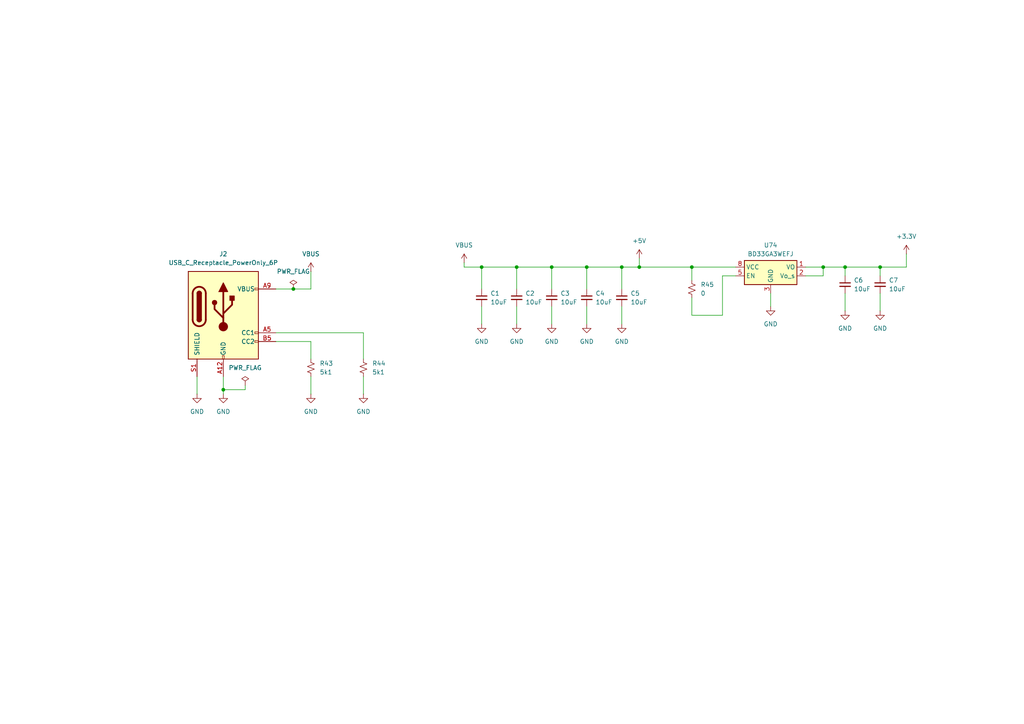
<source format=kicad_sch>
(kicad_sch (version 20250114) (generator "eeschema") (generator_version "9.0")
  (paper "A4")
  (lib_symbols
    (symbol "Connector:USB_C_Receptacle_PowerOnly_6P" (pin_names (offset 1.016))
      (property "Reference" "J" (at 0 16.51 0))
      (property "Value" "USB_C_Receptacle_PowerOnly_6P" (at 0 13.97 0))
      (symbol "USB_C_Receptacle_PowerOnly_6P_0_0"
        (rectangle (start -0.254 -12.7) (end 0.254 -11.684))
        (rectangle (start 10.16 7.874) (end 9.144 7.366))
        (rectangle (start 10.16 -4.826) (end 9.144 -5.334))
        (rectangle (start 10.16 -7.366) (end 9.144 -7.874))
      )
      (symbol "USB_C_Receptacle_PowerOnly_6P_0_1"
        (rectangle (start -10.16 12.7) (end 10.16 -12.7) (stroke (width 0.254)) (fill (type background)))
        (polyline (pts (xy -8.89 -1.27) (xy -8.89 6.35)) (stroke (width 0.508)))
        (rectangle (start -7.62 -1.27) (end -6.35 6.35) (stroke (width 0.254)) (fill (type outline)))
        (arc (start -7.62 6.35) (mid -6.985 6.9823) (end -6.35 6.35) (stroke (width 0.254)))
        (arc (start -7.62 6.35) (mid -6.985 6.9823) (end -6.35 6.35) (stroke (width 0.254)) (fill (type outline)))
        (arc (start -8.89 6.35) (mid -6.985 8.2467) (end -5.08 6.35) (stroke (width 0.508)))
        (arc (start -5.08 -1.27) (mid -6.985 -3.1667) (end -8.89 -1.27) (stroke (width 0.508)))
        (arc (start -6.35 -1.27) (mid -6.985 -1.9023) (end -7.62 -1.27) (stroke (width 0.254)))
        (arc (start -6.35 -1.27) (mid -6.985 -1.9023) (end -7.62 -1.27) (stroke (width 0.254)) (fill (type outline)))
        (polyline (pts (xy -5.08 6.35) (xy -5.08 -1.27)) (stroke (width 0.508)))
        (circle (center -2.54 3.683) (radius 0.635) (stroke (width 0.254)) (fill (type outline)))
        (polyline (pts (xy -1.27 6.858) (xy 0 9.398) (xy 1.27 6.858) (xy -1.27 6.858)) (stroke (width 0.254)) (fill (type outline)))
        (polyline (pts (xy 0 0.508) (xy 2.54 3.048) (xy 2.54 4.318)) (stroke (width 0.508)))
        (polyline (pts (xy 0 -0.762) (xy -2.54 1.778) (xy -2.54 3.048)) (stroke (width 0.508)))
        (polyline (pts (xy 0 -3.302) (xy 0 6.858)) (stroke (width 0.508)))
        (circle (center 0 -3.302) (radius 1.27) (fill (type outline)))
        (rectangle (start 1.905 4.318) (end 3.175 5.588) (stroke (width 0.254)) (fill (type outline)))
      )
      (symbol "USB_C_Receptacle_PowerOnly_6P_1_1"
        (pin passive line (at -7.62 -17.78 90) (length 5.08) (name "SHIELD") (number "S1"))
        (pin passive line (at 0 -17.78 90) (length 5.08) (name "GND") (number "A12"))
        (pin passive line (at 0 -17.78 90) (length 5.08) (hide yes) (name "GND") (number "B12"))
        (pin passive line (at 15.24 7.62 180) (length 5.08) (name "VBUS") (number "A9"))
        (pin passive line (at 15.24 7.62 180) (length 5.08) (hide yes) (name "VBUS") (number "B9"))
        (pin bidirectional line (at 15.24 -5.08 180) (length 5.08) (name "CC1") (number "A5"))
        (pin bidirectional line (at 15.24 -7.62 180) (length 5.08) (name "CC2") (number "B5"))
      )
    )
    (symbol "Device:C_Small" (pin_numbers (hide yes)) (pin_names (offset 0.254) (hide yes))
      (property "Reference" "C" (at 0.254 1.778 0))
      (property "Value" "C_Small" (at 0.254 -2.032 0))
      (symbol "C_Small_0_1"
        (polyline (pts (xy -1.524 0.508) (xy 1.524 0.508)) (stroke (width 0.3048)))
        (polyline (pts (xy -1.524 -0.508) (xy 1.524 -0.508)) (stroke (width 0.3302)))
      )
      (symbol "C_Small_1_1"
        (pin passive line (at 0 2.54 270) (length 2.032) (name "~") (number "1"))
        (pin passive line (at 0 -2.54 90) (length 2.032) (name "~") (number "2"))
      )
    )
    (symbol "Device:R_Small_US" (pin_numbers (hide yes)) (pin_names (offset 0.254) (hide yes))
      (property "Reference" "R" (at 0.762 0.508 0))
      (property "Value" "R_Small_US" (at 0.762 -1.016 0))
      (symbol "R_Small_US_1_1"
        (polyline (pts (xy 0 1.524) (xy 1.016 1.143) (xy 0 0.762) (xy -1.016 0.381) (xy 0 0)))
        (polyline (pts (xy 0 0) (xy 1.016 -0.381) (xy 0 -0.762) (xy -1.016 -1.143) (xy 0 -1.524)))
        (pin passive line (at 0 2.54 270) (length 1.016) (name "~") (number "1"))
        (pin passive line (at 0 -2.54 90) (length 1.016) (name "~") (number "2"))
      )
    )
    (symbol "Regulator_Linear:BD33GA3WEFJ"
      (property "Reference" "U" (at 0 6.35 0))
      (property "Value" "BD33GA3WEFJ" (at 0 3.81 0))
      (symbol "BD33GA3WEFJ_1_1"
        (rectangle (start -7.62 -5.08) (end 7.62 1.905) (stroke (width 0.254)) (fill (type background)))
        (pin power_in line (at -10.16 0 0) (length 2.54) (name "VCC") (number "8"))
        (pin input line (at -10.16 -2.54 0) (length 2.54) (name "EN") (number "5"))
        (pin power_in line (at 0 -7.62 90) (length 2.54) (name "GND") (number "3"))
        (pin passive line (at 0 -7.62 90) (length 2.54) (hide yes) (name "GND") (number "4"))
        (pin passive line (at 0 -7.62 90) (length 2.54) (hide yes) (name "GND") (number "6"))
        (pin passive line (at 0 -7.62 90) (length 2.54) (hide yes) (name "GND") (number "7"))
        (pin passive line (at 0 -7.62 90) (length 2.54) (hide yes) (name "GND") (number "9"))
        (pin power_out line (at 10.16 0 180) (length 2.54) (name "VO") (number "1"))
        (pin input line (at 10.16 -2.54 180) (length 2.54) (name "Vo_s") (number "2"))
      )
    )
    (symbol "power:+3.3V" (power) (pin_numbers (hide yes)) (pin_names (offset 0) (hide yes))
      (property "Value" "+3.3V" (at 0 3.556 0))
      (symbol "+3.3V_0_1"
        (polyline (pts (xy -0.762 1.27) (xy 0 2.54)))
        (polyline (pts (xy 0 2.54) (xy 0.762 1.27)))
        (polyline (pts (xy 0 0) (xy 0 2.54)))
      )
      (symbol "+3.3V_1_1"
        (pin power_in line (at 0 0 90) (length 0) (name "~") (number "1"))
      )
    )
    (symbol "power:+5V" (power) (pin_numbers (hide yes)) (pin_names (offset 0) (hide yes))
      (property "Value" "+5V" (at 0 3.556 0))
      (symbol "+5V_0_1"
        (polyline (pts (xy -0.762 1.27) (xy 0 2.54)))
        (polyline (pts (xy 0 2.54) (xy 0.762 1.27)))
        (polyline (pts (xy 0 0) (xy 0 2.54)))
      )
      (symbol "+5V_1_1"
        (pin power_in line (at 0 0 90) (length 0) (name "~") (number "1"))
      )
    )
    (symbol "power:GND" (power) (pin_numbers (hide yes)) (pin_names (offset 0) (hide yes))
      (property "Value" "GND" (at 0 -3.81 0))
      (symbol "GND_0_1"
        (polyline (pts (xy 0 0) (xy 0 -1.27) (xy 1.27 -1.27) (xy 0 -2.54) (xy -1.27 -1.27) (xy 0 -1.27)))
      )
      (symbol "GND_1_1"
        (pin power_in line (at 0 0 270) (length 0) (name "~") (number "1"))
      )
    )
    (symbol "power:PWR_FLAG" (power) (pin_numbers (hide yes)) (pin_names (offset 0) (hide yes))
      (property "Value" "PWR_FLAG" (at 0 3.81 0))
      (symbol "PWR_FLAG_0_0"
        (pin power_out line (at 0 0 90) (length 0) (name "~") (number "1"))
      )
      (symbol "PWR_FLAG_0_1"
        (polyline (pts (xy 0 0) (xy 0 1.27) (xy -1.016 1.905) (xy 0 2.54) (xy 1.016 1.905) (xy 0 1.27)))
      )
    )
    (symbol "power:VBUS" (power) (pin_numbers (hide yes)) (pin_names (offset 0) (hide yes))
      (property "Value" "VBUS" (at 0 3.556 0))
      (symbol "VBUS_0_1"
        (polyline (pts (xy -0.762 1.27) (xy 0 2.54)))
        (polyline (pts (xy 0 2.54) (xy 0.762 1.27)))
        (polyline (pts (xy 0 0) (xy 0 2.54)))
      )
      (symbol "VBUS_1_1"
        (pin power_in line (at 0 0 90) (length 0) (name "~") (number "1"))
      )
    )
  )
  (junction (at 149.86 77.47))
  (junction (at 139.7 77.47))
  (junction (at 180.34 77.47))
  (junction (at 200.66 77.47))
  (junction (at 64.77 113.03))
  (junction (at 85.09 83.82))
  (junction (at 160.02 77.47))
  (junction (at 245.11 77.47))
  (junction (at 170.18 77.47))
  (junction (at 255.27 77.47))
  (junction (at 185.42 77.47))
  (junction (at 238.76 77.47))
  (wire (pts (xy 80.01 96.52) (xy 105.41 96.52)))
  (wire (pts (xy 255.27 77.47) (xy 262.89 77.47)))
  (wire (pts (xy 90.17 99.06) (xy 90.17 104.14)))
  (wire (pts (xy 238.76 77.47) (xy 245.11 77.47)))
  (wire (pts (xy 90.17 83.82) (xy 90.17 78.74)))
  (wire (pts (xy 139.7 77.47) (xy 139.7 83.82)))
  (wire (pts (xy 233.68 77.47) (xy 238.76 77.47)))
  (wire (pts (xy 85.09 83.82) (xy 90.17 83.82)))
  (wire (pts (xy 185.42 77.47) (xy 200.66 77.47)))
  (wire (pts (xy 139.7 77.47) (xy 149.86 77.47)))
  (wire (pts (xy 149.86 77.47) (xy 149.86 83.82)))
  (wire (pts (xy 64.77 113.03) (xy 64.77 114.3)))
  (wire (pts (xy 71.12 111.76) (xy 71.12 113.03)))
  (wire (pts (xy 170.18 77.47) (xy 170.18 83.82)))
  (wire (pts (xy 233.68 80.01) (xy 238.76 80.01)))
  (wire (pts (xy 209.55 91.44) (xy 200.66 91.44)))
  (wire (pts (xy 57.15 109.22) (xy 57.15 114.3)))
  (wire (pts (xy 134.62 77.47) (xy 139.7 77.47)))
  (wire (pts (xy 255.27 77.47) (xy 255.27 80.01)))
  (wire (pts (xy 245.11 85.09) (xy 245.11 90.17)))
  (wire (pts (xy 149.86 88.9) (xy 149.86 93.98)))
  (wire (pts (xy 139.7 88.9) (xy 139.7 93.98)))
  (wire (pts (xy 105.41 96.52) (xy 105.41 104.14)))
  (wire (pts (xy 200.66 77.47) (xy 213.36 77.47)))
  (wire (pts (xy 180.34 77.47) (xy 180.34 83.82)))
  (wire (pts (xy 200.66 77.47) (xy 200.66 81.28)))
  (wire (pts (xy 262.89 73.66) (xy 262.89 77.47)))
  (wire (pts (xy 90.17 109.22) (xy 90.17 114.3)))
  (wire (pts (xy 170.18 77.47) (xy 180.34 77.47)))
  (wire (pts (xy 80.01 99.06) (xy 90.17 99.06)))
  (wire (pts (xy 64.77 113.03) (xy 71.12 113.03)))
  (wire (pts (xy 105.41 109.22) (xy 105.41 114.3)))
  (wire (pts (xy 185.42 74.93) (xy 185.42 77.47)))
  (wire (pts (xy 170.18 88.9) (xy 170.18 93.98)))
  (wire (pts (xy 238.76 80.01) (xy 238.76 77.47)))
  (wire (pts (xy 209.55 80.01) (xy 209.55 91.44)))
  (wire (pts (xy 134.62 76.2) (xy 134.62 77.47)))
  (wire (pts (xy 160.02 77.47) (xy 170.18 77.47)))
  (wire (pts (xy 223.52 85.09) (xy 223.52 88.9)))
  (wire (pts (xy 245.11 77.47) (xy 255.27 77.47)))
  (wire (pts (xy 180.34 88.9) (xy 180.34 93.98)))
  (wire (pts (xy 160.02 88.9) (xy 160.02 93.98)))
  (wire (pts (xy 160.02 77.47) (xy 160.02 83.82)))
  (wire (pts (xy 245.11 77.47) (xy 245.11 80.01)))
  (wire (pts (xy 64.77 109.22) (xy 64.77 113.03)))
  (wire (pts (xy 80.01 83.82) (xy 85.09 83.82)))
  (wire (pts (xy 213.36 80.01) (xy 209.55 80.01)))
  (wire (pts (xy 149.86 77.47) (xy 160.02 77.47)))
  (wire (pts (xy 255.27 85.09) (xy 255.27 90.17)))
  (wire (pts (xy 200.66 86.36) (xy 200.66 91.44)))
  (wire (pts (xy 180.34 77.47) (xy 185.42 77.47)))
  (symbol (lib_id "power:PWR_FLAG") (at 71.12 111.76 0) (unit 1)
    (property "Reference" "#FLG02" (effects (hide yes)))
    (property "Value" "PWR_FLAG" (at 71.12 106.68 0))
    (property "Description" "Special symbol for telling ERC where power comes from" (effects (hide yes)))
  )
  (symbol (lib_id "Device:C_Small") (at 160.02 86.36 0) (unit 1)
    (property "Reference" "C3" (at 162.56 85.0962 0) (effects (justify left)))
    (property "Value" "10uF" (at 162.56 87.6362 0) (effects (justify left)))
    (property "Footprint" "Capacitor_SMD:C_0805_2012Metric" (effects (hide yes)))
    (property "Description" "Unpolarized capacitor, small symbol" (effects (hide yes)))
  )
  (symbol (lib_id "power:VBUS") (at 90.17 78.74 0) (unit 1)
    (property "Reference" "#PWR0163" (effects (hide yes)))
    (property "Value" "VBUS" (at 90.17 73.66 0))
    (property "Description" "Power symbol creates a global label with name \"VBUS\"" (effects (hide yes)))
  )
  (symbol (lib_id "power:GND") (at 223.52 88.9 0) (unit 1)
    (property "Reference" "#PWR0174" (effects (hide yes)))
    (property "Value" "GND" (at 223.52 93.98 0))
    (property "Description" "Power symbol creates a global label with name \"GND\" , ground" (effects (hide yes)))
  )
  (symbol (lib_id "Regulator_Linear:BD33GA3WEFJ") (at 223.52 77.47 0) (unit 1)
    (property "Reference" "U74" (at 223.52 71.12 0))
    (property "Value" "BD33GA3WEFJ" (at 223.52 73.66 0))
    (property "Footprint" "Package_SO:HTSOP-8-1EP_3.9x4.9mm_P1.27mm_EP2.4x3.2mm" (effects (hide yes)))
    (property "Datasheet" "http://rohmfs.rohm.com/en/products/databook/datasheet/ic/power/linear_regulator/bdxxga3wefj-e.pdf" (effects (hide yes)))
    (property "Description" "300mA, 3.3V LDO regulator with OVP & TSP, HTSOP-8" (effects (hide yes)))
  )
  (symbol (lib_id "power:GND") (at 139.7 93.98 0) (unit 1)
    (property "Reference" "#PWR0169" (effects (hide yes)))
    (property "Value" "GND" (at 139.7 99.06 0))
    (property "Description" "Power symbol creates a global label with name \"GND\" , ground" (effects (hide yes)))
  )
  (symbol (lib_id "power:GND") (at 160.02 93.98 0) (unit 1)
    (property "Reference" "#PWR0171" (effects (hide yes)))
    (property "Value" "GND" (at 160.02 99.06 0))
    (property "Description" "Power symbol creates a global label with name \"GND\" , ground" (effects (hide yes)))
  )
  (symbol (lib_id "power:GND") (at 57.15 114.3 0) (unit 1)
    (property "Reference" "#PWR0166" (effects (hide yes)))
    (property "Value" "GND" (at 57.15 119.38 0))
    (property "Description" "Power symbol creates a global label with name \"GND\" , ground" (effects (hide yes)))
  )
  (symbol (lib_id "Device:R_Small_US") (at 105.41 106.68 0) (unit 1)
    (property "Reference" "R44" (at 107.95 105.4099 0) (effects (justify left)))
    (property "Value" "5k1" (at 107.95 107.9499 0) (effects (justify left)))
    (property "Footprint" "Resistor_SMD:R_0805_2012Metric" (effects (hide yes)))
    (property "Description" "Resistor, small US symbol" (effects (hide yes)))
  )
  (symbol (lib_id "Device:R_Small_US") (at 90.17 106.68 0) (unit 1)
    (property "Reference" "R43" (at 92.71 105.4099 0) (effects (justify left)))
    (property "Value" "5k1" (at 92.71 107.9499 0) (effects (justify left)))
    (property "Footprint" "Resistor_SMD:R_0805_2012Metric" (effects (hide yes)))
    (property "Description" "Resistor, small US symbol" (effects (hide yes)))
  )
  (symbol (lib_id "Connector:USB_C_Receptacle_PowerOnly_6P") (at 64.77 91.44 0) (unit 1)
    (property "Reference" "J2" (at 64.77 73.66 0))
    (property "Value" "USB_C_Receptacle_PowerOnly_6P" (at 64.77 76.2 0))
    (property "Footprint" "Connector_USB:USB_C_Receptacle_GCT_USB4125-xx-x-0190_6P_TopMnt_Horizontal" (effects (hide yes)))
    (property "Datasheet" "https://www.usb.org/sites/default/files/documents/usb_type-c.zip" (effects (hide yes)))
    (property "Description" "USB Power-Only 6P Type-C Receptacle connector" (effects (hide yes)))
  )
  (symbol (lib_id "power:GND") (at 149.86 93.98 0) (unit 1)
    (property "Reference" "#PWR0170" (effects (hide yes)))
    (property "Value" "GND" (at 149.86 99.06 0))
    (property "Description" "Power symbol creates a global label with name \"GND\" , ground" (effects (hide yes)))
  )
  (symbol (lib_id "power:PWR_FLAG") (at 85.09 83.82 0) (unit 1)
    (property "Reference" "#FLG01" (effects (hide yes)))
    (property "Value" "PWR_FLAG" (at 85.09 78.74 0))
    (property "Description" "Special symbol for telling ERC where power comes from" (effects (hide yes)))
  )
  (symbol (lib_id "power:GND") (at 64.77 114.3 0) (unit 1)
    (property "Reference" "#PWR0167" (effects (hide yes)))
    (property "Value" "GND" (at 64.77 119.38 0))
    (property "Description" "Power symbol creates a global label with name \"GND\" , ground" (effects (hide yes)))
  )
  (symbol (lib_id "power:+5V") (at 185.42 74.93 0) (unit 1)
    (property "Reference" "#PWR0188" (effects (hide yes)))
    (property "Value" "+5V" (at 185.42 69.85 0))
    (property "Description" "Power symbol creates a global label with name \"+5V\"" (effects (hide yes)))
  )
  (symbol (lib_id "Device:R_Small_US") (at 200.66 83.82 180) (unit 1)
    (property "Reference" "R45" (at 203.2 82.5499 0) (effects (justify right)))
    (property "Value" "0" (at 203.2 85.0899 0) (effects (justify right)))
    (property "Footprint" "Resistor_SMD:R_0805_2012Metric" (effects (hide yes)))
    (property "Description" "Resistor, small US symbol" (effects (hide yes)))
  )
  (symbol (lib_id "Device:C_Small") (at 180.34 86.36 0) (unit 1)
    (property "Reference" "C5" (at 182.88 85.0962 0) (effects (justify left)))
    (property "Value" "10uF" (at 182.88 87.6362 0) (effects (justify left)))
    (property "Footprint" "Capacitor_SMD:C_0805_2012Metric" (effects (hide yes)))
    (property "Description" "Unpolarized capacitor, small symbol" (effects (hide yes)))
  )
  (symbol (lib_id "Device:C_Small") (at 139.7 86.36 0) (unit 1)
    (property "Reference" "C1" (at 142.24 85.0962 0) (effects (justify left)))
    (property "Value" "10uF" (at 142.24 87.6362 0) (effects (justify left)))
    (property "Footprint" "Capacitor_SMD:C_0805_2012Metric" (effects (hide yes)))
    (property "Description" "Unpolarized capacitor, small symbol" (effects (hide yes)))
  )
  (symbol (lib_id "power:GND") (at 245.11 90.17 0) (unit 1)
    (property "Reference" "#PWR0175" (effects (hide yes)))
    (property "Value" "GND" (at 245.11 95.25 0))
    (property "Description" "Power symbol creates a global label with name \"GND\" , ground" (effects (hide yes)))
  )
  (symbol (lib_id "Device:C_Small") (at 245.11 82.55 0) (unit 1)
    (property "Reference" "C6" (at 247.65 81.2862 0) (effects (justify left)))
    (property "Value" "10uF" (at 247.65 83.8262 0) (effects (justify left)))
    (property "Footprint" "Capacitor_SMD:C_0805_2012Metric" (effects (hide yes)))
    (property "Description" "Unpolarized capacitor, small symbol" (effects (hide yes)))
  )
  (symbol (lib_id "power:VBUS") (at 134.62 76.2 0) (unit 1)
    (property "Reference" "#PWR0168" (effects (hide yes)))
    (property "Value" "VBUS" (at 134.62 71.12 0))
    (property "Description" "Power symbol creates a global label with name \"VBUS\"" (effects (hide yes)))
  )
  (symbol (lib_id "power:GND") (at 90.17 114.3 0) (unit 1)
    (property "Reference" "#PWR0164" (effects (hide yes)))
    (property "Value" "GND" (at 90.17 119.38 0))
    (property "Description" "Power symbol creates a global label with name \"GND\" , ground" (effects (hide yes)))
  )
  (symbol (lib_id "power:GND") (at 105.41 114.3 0) (unit 1)
    (property "Reference" "#PWR0165" (effects (hide yes)))
    (property "Value" "GND" (at 105.41 119.38 0))
    (property "Description" "Power symbol creates a global label with name \"GND\" , ground" (effects (hide yes)))
  )
  (symbol (lib_id "power:GND") (at 170.18 93.98 0) (unit 1)
    (property "Reference" "#PWR0172" (effects (hide yes)))
    (property "Value" "GND" (at 170.18 99.06 0))
    (property "Description" "Power symbol creates a global label with name \"GND\" , ground" (effects (hide yes)))
  )
  (symbol (lib_id "Device:C_Small") (at 149.86 86.36 0) (unit 1)
    (property "Reference" "C2" (at 152.4 85.0962 0) (effects (justify left)))
    (property "Value" "10uF" (at 152.4 87.6362 0) (effects (justify left)))
    (property "Footprint" "Capacitor_SMD:C_0805_2012Metric" (effects (hide yes)))
    (property "Description" "Unpolarized capacitor, small symbol" (effects (hide yes)))
  )
  (symbol (lib_id "power:GND") (at 255.27 90.17 0) (unit 1)
    (property "Reference" "#PWR0176" (effects (hide yes)))
    (property "Value" "GND" (at 255.27 95.25 0))
    (property "Description" "Power symbol creates a global label with name \"GND\" , ground" (effects (hide yes)))
  )
  (symbol (lib_id "Device:C_Small") (at 170.18 86.36 0) (unit 1)
    (property "Reference" "C4" (at 172.72 85.0962 0) (effects (justify left)))
    (property "Value" "10uF" (at 172.72 87.6362 0) (effects (justify left)))
    (property "Footprint" "Capacitor_SMD:C_0805_2012Metric" (effects (hide yes)))
    (property "Description" "Unpolarized capacitor, small symbol" (effects (hide yes)))
  )
  (symbol (lib_id "Device:C_Small") (at 255.27 82.55 0) (unit 1)
    (property "Reference" "C7" (at 257.81 81.2862 0) (effects (justify left)))
    (property "Value" "10uF" (at 257.81 83.8262 0) (effects (justify left)))
    (property "Footprint" "Capacitor_SMD:C_0805_2012Metric" (effects (hide yes)))
    (property "Description" "Unpolarized capacitor, small symbol" (effects (hide yes)))
  )
  (symbol (lib_id "power:+3.3V") (at 262.89 73.66 0) (unit 1)
    (property "Reference" "#PWR0177" (effects (hide yes)))
    (property "Value" "+3.3V" (at 262.89 68.58 0))
    (property "Description" "Power symbol creates a global label with name \"+3.3V\"" (effects (hide yes)))
  )
  (symbol (lib_id "power:GND") (at 180.34 93.98 0) (unit 1)
    (property "Reference" "#PWR0173" (effects (hide yes)))
    (property "Value" "GND" (at 180.34 99.06 0))
    (property "Description" "Power symbol creates a global label with name \"GND\" , ground" (effects (hide yes)))
  )
)
</source>
